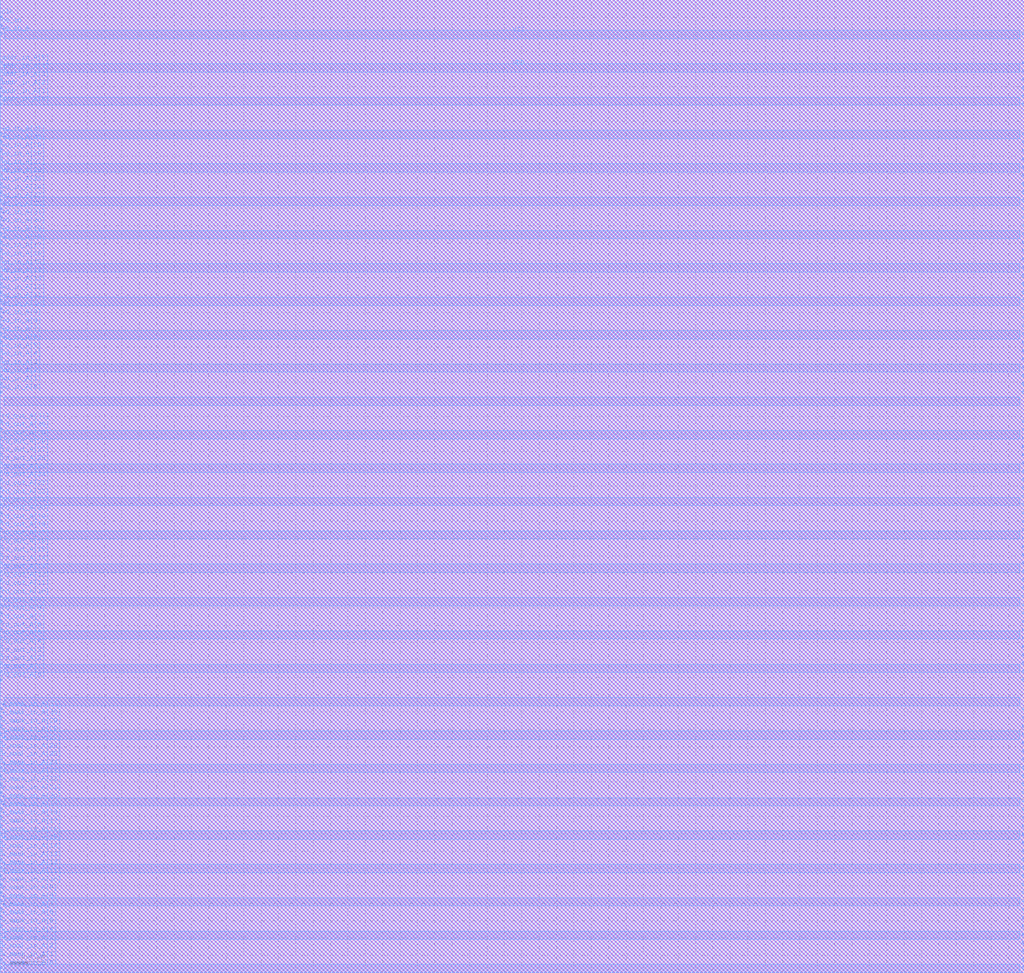
<source format=lef>
# Generated by FakeRAM 2.0
VERSION 5.7 ;
BUSBITCHARS "[]" ;
PROPERTYDEFINITIONS
  MACRO width INTEGER ;
  MACRO depth INTEGER ;
  MACRO banks INTEGER ;
END PROPERTYDEFINITIONS
MACRO fakeram7_dp_64x32
  PROPERTY width 32 ;
  PROPERTY depth 64 ;
  PROPERTY banks 2 ;
  FOREIGN fakeram7_dp_64x32 0 0 ;
  SYMMETRY X Y ;
  SIZE 11.780 BY 11.200 ;
  CLASS BLOCK ;
  PIN w_mask_in_A[0]
    DIRECTION INPUT ;
    USE SIGNAL ;
    SHAPE ABUTMENT ;
    PORT
      LAYER M4 ;
      RECT 0.000 0.048 0.024 0.072 ;
    END
  END w_mask_in_A[0]
  PIN w_mask_in_B[0]
    DIRECTION INPUT ;
    USE SIGNAL ;
    SHAPE ABUTMENT ;
    PORT
      LAYER M4 ;
      RECT 11.756 0.048 11.780 0.072 ;
    END
  END w_mask_in_B[0]
  PIN w_mask_in_A[1]
    DIRECTION INPUT ;
    USE SIGNAL ;
    SHAPE ABUTMENT ;
    PORT
      LAYER M4 ;
      RECT 0.000 0.144 0.024 0.168 ;
    END
  END w_mask_in_A[1]
  PIN w_mask_in_B[1]
    DIRECTION INPUT ;
    USE SIGNAL ;
    SHAPE ABUTMENT ;
    PORT
      LAYER M4 ;
      RECT 11.756 0.144 11.780 0.168 ;
    END
  END w_mask_in_B[1]
  PIN w_mask_in_A[2]
    DIRECTION INPUT ;
    USE SIGNAL ;
    SHAPE ABUTMENT ;
    PORT
      LAYER M4 ;
      RECT 0.000 0.240 0.024 0.264 ;
    END
  END w_mask_in_A[2]
  PIN w_mask_in_B[2]
    DIRECTION INPUT ;
    USE SIGNAL ;
    SHAPE ABUTMENT ;
    PORT
      LAYER M4 ;
      RECT 11.756 0.240 11.780 0.264 ;
    END
  END w_mask_in_B[2]
  PIN w_mask_in_A[3]
    DIRECTION INPUT ;
    USE SIGNAL ;
    SHAPE ABUTMENT ;
    PORT
      LAYER M4 ;
      RECT 0.000 0.336 0.024 0.360 ;
    END
  END w_mask_in_A[3]
  PIN w_mask_in_B[3]
    DIRECTION INPUT ;
    USE SIGNAL ;
    SHAPE ABUTMENT ;
    PORT
      LAYER M4 ;
      RECT 11.756 0.336 11.780 0.360 ;
    END
  END w_mask_in_B[3]
  PIN w_mask_in_A[4]
    DIRECTION INPUT ;
    USE SIGNAL ;
    SHAPE ABUTMENT ;
    PORT
      LAYER M4 ;
      RECT 0.000 0.432 0.024 0.456 ;
    END
  END w_mask_in_A[4]
  PIN w_mask_in_B[4]
    DIRECTION INPUT ;
    USE SIGNAL ;
    SHAPE ABUTMENT ;
    PORT
      LAYER M4 ;
      RECT 11.756 0.432 11.780 0.456 ;
    END
  END w_mask_in_B[4]
  PIN w_mask_in_A[5]
    DIRECTION INPUT ;
    USE SIGNAL ;
    SHAPE ABUTMENT ;
    PORT
      LAYER M4 ;
      RECT 0.000 0.528 0.024 0.552 ;
    END
  END w_mask_in_A[5]
  PIN w_mask_in_B[5]
    DIRECTION INPUT ;
    USE SIGNAL ;
    SHAPE ABUTMENT ;
    PORT
      LAYER M4 ;
      RECT 11.756 0.528 11.780 0.552 ;
    END
  END w_mask_in_B[5]
  PIN w_mask_in_A[6]
    DIRECTION INPUT ;
    USE SIGNAL ;
    SHAPE ABUTMENT ;
    PORT
      LAYER M4 ;
      RECT 0.000 0.624 0.024 0.648 ;
    END
  END w_mask_in_A[6]
  PIN w_mask_in_B[6]
    DIRECTION INPUT ;
    USE SIGNAL ;
    SHAPE ABUTMENT ;
    PORT
      LAYER M4 ;
      RECT 11.756 0.624 11.780 0.648 ;
    END
  END w_mask_in_B[6]
  PIN w_mask_in_A[7]
    DIRECTION INPUT ;
    USE SIGNAL ;
    SHAPE ABUTMENT ;
    PORT
      LAYER M4 ;
      RECT 0.000 0.720 0.024 0.744 ;
    END
  END w_mask_in_A[7]
  PIN w_mask_in_B[7]
    DIRECTION INPUT ;
    USE SIGNAL ;
    SHAPE ABUTMENT ;
    PORT
      LAYER M4 ;
      RECT 11.756 0.720 11.780 0.744 ;
    END
  END w_mask_in_B[7]
  PIN w_mask_in_A[8]
    DIRECTION INPUT ;
    USE SIGNAL ;
    SHAPE ABUTMENT ;
    PORT
      LAYER M4 ;
      RECT 0.000 0.816 0.024 0.840 ;
    END
  END w_mask_in_A[8]
  PIN w_mask_in_B[8]
    DIRECTION INPUT ;
    USE SIGNAL ;
    SHAPE ABUTMENT ;
    PORT
      LAYER M4 ;
      RECT 11.756 0.816 11.780 0.840 ;
    END
  END w_mask_in_B[8]
  PIN w_mask_in_A[9]
    DIRECTION INPUT ;
    USE SIGNAL ;
    SHAPE ABUTMENT ;
    PORT
      LAYER M4 ;
      RECT 0.000 0.912 0.024 0.936 ;
    END
  END w_mask_in_A[9]
  PIN w_mask_in_B[9]
    DIRECTION INPUT ;
    USE SIGNAL ;
    SHAPE ABUTMENT ;
    PORT
      LAYER M4 ;
      RECT 11.756 0.912 11.780 0.936 ;
    END
  END w_mask_in_B[9]
  PIN w_mask_in_A[10]
    DIRECTION INPUT ;
    USE SIGNAL ;
    SHAPE ABUTMENT ;
    PORT
      LAYER M4 ;
      RECT 0.000 1.008 0.024 1.032 ;
    END
  END w_mask_in_A[10]
  PIN w_mask_in_B[10]
    DIRECTION INPUT ;
    USE SIGNAL ;
    SHAPE ABUTMENT ;
    PORT
      LAYER M4 ;
      RECT 11.756 1.008 11.780 1.032 ;
    END
  END w_mask_in_B[10]
  PIN w_mask_in_A[11]
    DIRECTION INPUT ;
    USE SIGNAL ;
    SHAPE ABUTMENT ;
    PORT
      LAYER M4 ;
      RECT 0.000 1.104 0.024 1.128 ;
    END
  END w_mask_in_A[11]
  PIN w_mask_in_B[11]
    DIRECTION INPUT ;
    USE SIGNAL ;
    SHAPE ABUTMENT ;
    PORT
      LAYER M4 ;
      RECT 11.756 1.104 11.780 1.128 ;
    END
  END w_mask_in_B[11]
  PIN w_mask_in_A[12]
    DIRECTION INPUT ;
    USE SIGNAL ;
    SHAPE ABUTMENT ;
    PORT
      LAYER M4 ;
      RECT 0.000 1.200 0.024 1.224 ;
    END
  END w_mask_in_A[12]
  PIN w_mask_in_B[12]
    DIRECTION INPUT ;
    USE SIGNAL ;
    SHAPE ABUTMENT ;
    PORT
      LAYER M4 ;
      RECT 11.756 1.200 11.780 1.224 ;
    END
  END w_mask_in_B[12]
  PIN w_mask_in_A[13]
    DIRECTION INPUT ;
    USE SIGNAL ;
    SHAPE ABUTMENT ;
    PORT
      LAYER M4 ;
      RECT 0.000 1.296 0.024 1.320 ;
    END
  END w_mask_in_A[13]
  PIN w_mask_in_B[13]
    DIRECTION INPUT ;
    USE SIGNAL ;
    SHAPE ABUTMENT ;
    PORT
      LAYER M4 ;
      RECT 11.756 1.296 11.780 1.320 ;
    END
  END w_mask_in_B[13]
  PIN w_mask_in_A[14]
    DIRECTION INPUT ;
    USE SIGNAL ;
    SHAPE ABUTMENT ;
    PORT
      LAYER M4 ;
      RECT 0.000 1.392 0.024 1.416 ;
    END
  END w_mask_in_A[14]
  PIN w_mask_in_B[14]
    DIRECTION INPUT ;
    USE SIGNAL ;
    SHAPE ABUTMENT ;
    PORT
      LAYER M4 ;
      RECT 11.756 1.392 11.780 1.416 ;
    END
  END w_mask_in_B[14]
  PIN w_mask_in_A[15]
    DIRECTION INPUT ;
    USE SIGNAL ;
    SHAPE ABUTMENT ;
    PORT
      LAYER M4 ;
      RECT 0.000 1.488 0.024 1.512 ;
    END
  END w_mask_in_A[15]
  PIN w_mask_in_B[15]
    DIRECTION INPUT ;
    USE SIGNAL ;
    SHAPE ABUTMENT ;
    PORT
      LAYER M4 ;
      RECT 11.756 1.488 11.780 1.512 ;
    END
  END w_mask_in_B[15]
  PIN w_mask_in_A[16]
    DIRECTION INPUT ;
    USE SIGNAL ;
    SHAPE ABUTMENT ;
    PORT
      LAYER M4 ;
      RECT 0.000 1.584 0.024 1.608 ;
    END
  END w_mask_in_A[16]
  PIN w_mask_in_B[16]
    DIRECTION INPUT ;
    USE SIGNAL ;
    SHAPE ABUTMENT ;
    PORT
      LAYER M4 ;
      RECT 11.756 1.584 11.780 1.608 ;
    END
  END w_mask_in_B[16]
  PIN w_mask_in_A[17]
    DIRECTION INPUT ;
    USE SIGNAL ;
    SHAPE ABUTMENT ;
    PORT
      LAYER M4 ;
      RECT 0.000 1.680 0.024 1.704 ;
    END
  END w_mask_in_A[17]
  PIN w_mask_in_B[17]
    DIRECTION INPUT ;
    USE SIGNAL ;
    SHAPE ABUTMENT ;
    PORT
      LAYER M4 ;
      RECT 11.756 1.680 11.780 1.704 ;
    END
  END w_mask_in_B[17]
  PIN w_mask_in_A[18]
    DIRECTION INPUT ;
    USE SIGNAL ;
    SHAPE ABUTMENT ;
    PORT
      LAYER M4 ;
      RECT 0.000 1.776 0.024 1.800 ;
    END
  END w_mask_in_A[18]
  PIN w_mask_in_B[18]
    DIRECTION INPUT ;
    USE SIGNAL ;
    SHAPE ABUTMENT ;
    PORT
      LAYER M4 ;
      RECT 11.756 1.776 11.780 1.800 ;
    END
  END w_mask_in_B[18]
  PIN w_mask_in_A[19]
    DIRECTION INPUT ;
    USE SIGNAL ;
    SHAPE ABUTMENT ;
    PORT
      LAYER M4 ;
      RECT 0.000 1.872 0.024 1.896 ;
    END
  END w_mask_in_A[19]
  PIN w_mask_in_B[19]
    DIRECTION INPUT ;
    USE SIGNAL ;
    SHAPE ABUTMENT ;
    PORT
      LAYER M4 ;
      RECT 11.756 1.872 11.780 1.896 ;
    END
  END w_mask_in_B[19]
  PIN w_mask_in_A[20]
    DIRECTION INPUT ;
    USE SIGNAL ;
    SHAPE ABUTMENT ;
    PORT
      LAYER M4 ;
      RECT 0.000 1.968 0.024 1.992 ;
    END
  END w_mask_in_A[20]
  PIN w_mask_in_B[20]
    DIRECTION INPUT ;
    USE SIGNAL ;
    SHAPE ABUTMENT ;
    PORT
      LAYER M4 ;
      RECT 11.756 1.968 11.780 1.992 ;
    END
  END w_mask_in_B[20]
  PIN w_mask_in_A[21]
    DIRECTION INPUT ;
    USE SIGNAL ;
    SHAPE ABUTMENT ;
    PORT
      LAYER M4 ;
      RECT 0.000 2.064 0.024 2.088 ;
    END
  END w_mask_in_A[21]
  PIN w_mask_in_B[21]
    DIRECTION INPUT ;
    USE SIGNAL ;
    SHAPE ABUTMENT ;
    PORT
      LAYER M4 ;
      RECT 11.756 2.064 11.780 2.088 ;
    END
  END w_mask_in_B[21]
  PIN w_mask_in_A[22]
    DIRECTION INPUT ;
    USE SIGNAL ;
    SHAPE ABUTMENT ;
    PORT
      LAYER M4 ;
      RECT 0.000 2.160 0.024 2.184 ;
    END
  END w_mask_in_A[22]
  PIN w_mask_in_B[22]
    DIRECTION INPUT ;
    USE SIGNAL ;
    SHAPE ABUTMENT ;
    PORT
      LAYER M4 ;
      RECT 11.756 2.160 11.780 2.184 ;
    END
  END w_mask_in_B[22]
  PIN w_mask_in_A[23]
    DIRECTION INPUT ;
    USE SIGNAL ;
    SHAPE ABUTMENT ;
    PORT
      LAYER M4 ;
      RECT 0.000 2.256 0.024 2.280 ;
    END
  END w_mask_in_A[23]
  PIN w_mask_in_B[23]
    DIRECTION INPUT ;
    USE SIGNAL ;
    SHAPE ABUTMENT ;
    PORT
      LAYER M4 ;
      RECT 11.756 2.256 11.780 2.280 ;
    END
  END w_mask_in_B[23]
  PIN w_mask_in_A[24]
    DIRECTION INPUT ;
    USE SIGNAL ;
    SHAPE ABUTMENT ;
    PORT
      LAYER M4 ;
      RECT 0.000 2.352 0.024 2.376 ;
    END
  END w_mask_in_A[24]
  PIN w_mask_in_B[24]
    DIRECTION INPUT ;
    USE SIGNAL ;
    SHAPE ABUTMENT ;
    PORT
      LAYER M4 ;
      RECT 11.756 2.352 11.780 2.376 ;
    END
  END w_mask_in_B[24]
  PIN w_mask_in_A[25]
    DIRECTION INPUT ;
    USE SIGNAL ;
    SHAPE ABUTMENT ;
    PORT
      LAYER M4 ;
      RECT 0.000 2.448 0.024 2.472 ;
    END
  END w_mask_in_A[25]
  PIN w_mask_in_B[25]
    DIRECTION INPUT ;
    USE SIGNAL ;
    SHAPE ABUTMENT ;
    PORT
      LAYER M4 ;
      RECT 11.756 2.448 11.780 2.472 ;
    END
  END w_mask_in_B[25]
  PIN w_mask_in_A[26]
    DIRECTION INPUT ;
    USE SIGNAL ;
    SHAPE ABUTMENT ;
    PORT
      LAYER M4 ;
      RECT 0.000 2.544 0.024 2.568 ;
    END
  END w_mask_in_A[26]
  PIN w_mask_in_B[26]
    DIRECTION INPUT ;
    USE SIGNAL ;
    SHAPE ABUTMENT ;
    PORT
      LAYER M4 ;
      RECT 11.756 2.544 11.780 2.568 ;
    END
  END w_mask_in_B[26]
  PIN w_mask_in_A[27]
    DIRECTION INPUT ;
    USE SIGNAL ;
    SHAPE ABUTMENT ;
    PORT
      LAYER M4 ;
      RECT 0.000 2.640 0.024 2.664 ;
    END
  END w_mask_in_A[27]
  PIN w_mask_in_B[27]
    DIRECTION INPUT ;
    USE SIGNAL ;
    SHAPE ABUTMENT ;
    PORT
      LAYER M4 ;
      RECT 11.756 2.640 11.780 2.664 ;
    END
  END w_mask_in_B[27]
  PIN w_mask_in_A[28]
    DIRECTION INPUT ;
    USE SIGNAL ;
    SHAPE ABUTMENT ;
    PORT
      LAYER M4 ;
      RECT 0.000 2.736 0.024 2.760 ;
    END
  END w_mask_in_A[28]
  PIN w_mask_in_B[28]
    DIRECTION INPUT ;
    USE SIGNAL ;
    SHAPE ABUTMENT ;
    PORT
      LAYER M4 ;
      RECT 11.756 2.736 11.780 2.760 ;
    END
  END w_mask_in_B[28]
  PIN w_mask_in_A[29]
    DIRECTION INPUT ;
    USE SIGNAL ;
    SHAPE ABUTMENT ;
    PORT
      LAYER M4 ;
      RECT 0.000 2.832 0.024 2.856 ;
    END
  END w_mask_in_A[29]
  PIN w_mask_in_B[29]
    DIRECTION INPUT ;
    USE SIGNAL ;
    SHAPE ABUTMENT ;
    PORT
      LAYER M4 ;
      RECT 11.756 2.832 11.780 2.856 ;
    END
  END w_mask_in_B[29]
  PIN w_mask_in_A[30]
    DIRECTION INPUT ;
    USE SIGNAL ;
    SHAPE ABUTMENT ;
    PORT
      LAYER M4 ;
      RECT 0.000 2.928 0.024 2.952 ;
    END
  END w_mask_in_A[30]
  PIN w_mask_in_B[30]
    DIRECTION INPUT ;
    USE SIGNAL ;
    SHAPE ABUTMENT ;
    PORT
      LAYER M4 ;
      RECT 11.756 2.928 11.780 2.952 ;
    END
  END w_mask_in_B[30]
  PIN w_mask_in_A[31]
    DIRECTION INPUT ;
    USE SIGNAL ;
    SHAPE ABUTMENT ;
    PORT
      LAYER M4 ;
      RECT 0.000 3.024 0.024 3.048 ;
    END
  END w_mask_in_A[31]
  PIN w_mask_in_B[31]
    DIRECTION INPUT ;
    USE SIGNAL ;
    SHAPE ABUTMENT ;
    PORT
      LAYER M4 ;
      RECT 11.756 3.024 11.780 3.048 ;
    END
  END w_mask_in_B[31]
  PIN rd_out_A[0]
    DIRECTION OUTPUT ;
    USE SIGNAL ;
    SHAPE ABUTMENT ;
    PORT
      LAYER M4 ;
      RECT 0.000 3.360 0.024 3.384 ;
    END
  END rd_out_A[0]
  PIN rd_out_B[0]
    DIRECTION OUTPUT ;
    USE SIGNAL ;
    SHAPE ABUTMENT ;
    PORT
      LAYER M4 ;
      RECT 11.756 3.360 11.780 3.384 ;
    END
  END rd_out_B[0]
  PIN rd_out_A[1]
    DIRECTION OUTPUT ;
    USE SIGNAL ;
    SHAPE ABUTMENT ;
    PORT
      LAYER M4 ;
      RECT 0.000 3.456 0.024 3.480 ;
    END
  END rd_out_A[1]
  PIN rd_out_B[1]
    DIRECTION OUTPUT ;
    USE SIGNAL ;
    SHAPE ABUTMENT ;
    PORT
      LAYER M4 ;
      RECT 11.756 3.456 11.780 3.480 ;
    END
  END rd_out_B[1]
  PIN rd_out_A[2]
    DIRECTION OUTPUT ;
    USE SIGNAL ;
    SHAPE ABUTMENT ;
    PORT
      LAYER M4 ;
      RECT 0.000 3.552 0.024 3.576 ;
    END
  END rd_out_A[2]
  PIN rd_out_B[2]
    DIRECTION OUTPUT ;
    USE SIGNAL ;
    SHAPE ABUTMENT ;
    PORT
      LAYER M4 ;
      RECT 11.756 3.552 11.780 3.576 ;
    END
  END rd_out_B[2]
  PIN rd_out_A[3]
    DIRECTION OUTPUT ;
    USE SIGNAL ;
    SHAPE ABUTMENT ;
    PORT
      LAYER M4 ;
      RECT 0.000 3.648 0.024 3.672 ;
    END
  END rd_out_A[3]
  PIN rd_out_B[3]
    DIRECTION OUTPUT ;
    USE SIGNAL ;
    SHAPE ABUTMENT ;
    PORT
      LAYER M4 ;
      RECT 11.756 3.648 11.780 3.672 ;
    END
  END rd_out_B[3]
  PIN rd_out_A[4]
    DIRECTION OUTPUT ;
    USE SIGNAL ;
    SHAPE ABUTMENT ;
    PORT
      LAYER M4 ;
      RECT 0.000 3.744 0.024 3.768 ;
    END
  END rd_out_A[4]
  PIN rd_out_B[4]
    DIRECTION OUTPUT ;
    USE SIGNAL ;
    SHAPE ABUTMENT ;
    PORT
      LAYER M4 ;
      RECT 11.756 3.744 11.780 3.768 ;
    END
  END rd_out_B[4]
  PIN rd_out_A[5]
    DIRECTION OUTPUT ;
    USE SIGNAL ;
    SHAPE ABUTMENT ;
    PORT
      LAYER M4 ;
      RECT 0.000 3.840 0.024 3.864 ;
    END
  END rd_out_A[5]
  PIN rd_out_B[5]
    DIRECTION OUTPUT ;
    USE SIGNAL ;
    SHAPE ABUTMENT ;
    PORT
      LAYER M4 ;
      RECT 11.756 3.840 11.780 3.864 ;
    END
  END rd_out_B[5]
  PIN rd_out_A[6]
    DIRECTION OUTPUT ;
    USE SIGNAL ;
    SHAPE ABUTMENT ;
    PORT
      LAYER M4 ;
      RECT 0.000 3.936 0.024 3.960 ;
    END
  END rd_out_A[6]
  PIN rd_out_B[6]
    DIRECTION OUTPUT ;
    USE SIGNAL ;
    SHAPE ABUTMENT ;
    PORT
      LAYER M4 ;
      RECT 11.756 3.936 11.780 3.960 ;
    END
  END rd_out_B[6]
  PIN rd_out_A[7]
    DIRECTION OUTPUT ;
    USE SIGNAL ;
    SHAPE ABUTMENT ;
    PORT
      LAYER M4 ;
      RECT 0.000 4.032 0.024 4.056 ;
    END
  END rd_out_A[7]
  PIN rd_out_B[7]
    DIRECTION OUTPUT ;
    USE SIGNAL ;
    SHAPE ABUTMENT ;
    PORT
      LAYER M4 ;
      RECT 11.756 4.032 11.780 4.056 ;
    END
  END rd_out_B[7]
  PIN rd_out_A[8]
    DIRECTION OUTPUT ;
    USE SIGNAL ;
    SHAPE ABUTMENT ;
    PORT
      LAYER M4 ;
      RECT 0.000 4.128 0.024 4.152 ;
    END
  END rd_out_A[8]
  PIN rd_out_B[8]
    DIRECTION OUTPUT ;
    USE SIGNAL ;
    SHAPE ABUTMENT ;
    PORT
      LAYER M4 ;
      RECT 11.756 4.128 11.780 4.152 ;
    END
  END rd_out_B[8]
  PIN rd_out_A[9]
    DIRECTION OUTPUT ;
    USE SIGNAL ;
    SHAPE ABUTMENT ;
    PORT
      LAYER M4 ;
      RECT 0.000 4.224 0.024 4.248 ;
    END
  END rd_out_A[9]
  PIN rd_out_B[9]
    DIRECTION OUTPUT ;
    USE SIGNAL ;
    SHAPE ABUTMENT ;
    PORT
      LAYER M4 ;
      RECT 11.756 4.224 11.780 4.248 ;
    END
  END rd_out_B[9]
  PIN rd_out_A[10]
    DIRECTION OUTPUT ;
    USE SIGNAL ;
    SHAPE ABUTMENT ;
    PORT
      LAYER M4 ;
      RECT 0.000 4.320 0.024 4.344 ;
    END
  END rd_out_A[10]
  PIN rd_out_B[10]
    DIRECTION OUTPUT ;
    USE SIGNAL ;
    SHAPE ABUTMENT ;
    PORT
      LAYER M4 ;
      RECT 11.756 4.320 11.780 4.344 ;
    END
  END rd_out_B[10]
  PIN rd_out_A[11]
    DIRECTION OUTPUT ;
    USE SIGNAL ;
    SHAPE ABUTMENT ;
    PORT
      LAYER M4 ;
      RECT 0.000 4.416 0.024 4.440 ;
    END
  END rd_out_A[11]
  PIN rd_out_B[11]
    DIRECTION OUTPUT ;
    USE SIGNAL ;
    SHAPE ABUTMENT ;
    PORT
      LAYER M4 ;
      RECT 11.756 4.416 11.780 4.440 ;
    END
  END rd_out_B[11]
  PIN rd_out_A[12]
    DIRECTION OUTPUT ;
    USE SIGNAL ;
    SHAPE ABUTMENT ;
    PORT
      LAYER M4 ;
      RECT 0.000 4.512 0.024 4.536 ;
    END
  END rd_out_A[12]
  PIN rd_out_B[12]
    DIRECTION OUTPUT ;
    USE SIGNAL ;
    SHAPE ABUTMENT ;
    PORT
      LAYER M4 ;
      RECT 11.756 4.512 11.780 4.536 ;
    END
  END rd_out_B[12]
  PIN rd_out_A[13]
    DIRECTION OUTPUT ;
    USE SIGNAL ;
    SHAPE ABUTMENT ;
    PORT
      LAYER M4 ;
      RECT 0.000 4.608 0.024 4.632 ;
    END
  END rd_out_A[13]
  PIN rd_out_B[13]
    DIRECTION OUTPUT ;
    USE SIGNAL ;
    SHAPE ABUTMENT ;
    PORT
      LAYER M4 ;
      RECT 11.756 4.608 11.780 4.632 ;
    END
  END rd_out_B[13]
  PIN rd_out_A[14]
    DIRECTION OUTPUT ;
    USE SIGNAL ;
    SHAPE ABUTMENT ;
    PORT
      LAYER M4 ;
      RECT 0.000 4.704 0.024 4.728 ;
    END
  END rd_out_A[14]
  PIN rd_out_B[14]
    DIRECTION OUTPUT ;
    USE SIGNAL ;
    SHAPE ABUTMENT ;
    PORT
      LAYER M4 ;
      RECT 11.756 4.704 11.780 4.728 ;
    END
  END rd_out_B[14]
  PIN rd_out_A[15]
    DIRECTION OUTPUT ;
    USE SIGNAL ;
    SHAPE ABUTMENT ;
    PORT
      LAYER M4 ;
      RECT 0.000 4.800 0.024 4.824 ;
    END
  END rd_out_A[15]
  PIN rd_out_B[15]
    DIRECTION OUTPUT ;
    USE SIGNAL ;
    SHAPE ABUTMENT ;
    PORT
      LAYER M4 ;
      RECT 11.756 4.800 11.780 4.824 ;
    END
  END rd_out_B[15]
  PIN rd_out_A[16]
    DIRECTION OUTPUT ;
    USE SIGNAL ;
    SHAPE ABUTMENT ;
    PORT
      LAYER M4 ;
      RECT 0.000 4.896 0.024 4.920 ;
    END
  END rd_out_A[16]
  PIN rd_out_B[16]
    DIRECTION OUTPUT ;
    USE SIGNAL ;
    SHAPE ABUTMENT ;
    PORT
      LAYER M4 ;
      RECT 11.756 4.896 11.780 4.920 ;
    END
  END rd_out_B[16]
  PIN rd_out_A[17]
    DIRECTION OUTPUT ;
    USE SIGNAL ;
    SHAPE ABUTMENT ;
    PORT
      LAYER M4 ;
      RECT 0.000 4.992 0.024 5.016 ;
    END
  END rd_out_A[17]
  PIN rd_out_B[17]
    DIRECTION OUTPUT ;
    USE SIGNAL ;
    SHAPE ABUTMENT ;
    PORT
      LAYER M4 ;
      RECT 11.756 4.992 11.780 5.016 ;
    END
  END rd_out_B[17]
  PIN rd_out_A[18]
    DIRECTION OUTPUT ;
    USE SIGNAL ;
    SHAPE ABUTMENT ;
    PORT
      LAYER M4 ;
      RECT 0.000 5.088 0.024 5.112 ;
    END
  END rd_out_A[18]
  PIN rd_out_B[18]
    DIRECTION OUTPUT ;
    USE SIGNAL ;
    SHAPE ABUTMENT ;
    PORT
      LAYER M4 ;
      RECT 11.756 5.088 11.780 5.112 ;
    END
  END rd_out_B[18]
  PIN rd_out_A[19]
    DIRECTION OUTPUT ;
    USE SIGNAL ;
    SHAPE ABUTMENT ;
    PORT
      LAYER M4 ;
      RECT 0.000 5.184 0.024 5.208 ;
    END
  END rd_out_A[19]
  PIN rd_out_B[19]
    DIRECTION OUTPUT ;
    USE SIGNAL ;
    SHAPE ABUTMENT ;
    PORT
      LAYER M4 ;
      RECT 11.756 5.184 11.780 5.208 ;
    END
  END rd_out_B[19]
  PIN rd_out_A[20]
    DIRECTION OUTPUT ;
    USE SIGNAL ;
    SHAPE ABUTMENT ;
    PORT
      LAYER M4 ;
      RECT 0.000 5.280 0.024 5.304 ;
    END
  END rd_out_A[20]
  PIN rd_out_B[20]
    DIRECTION OUTPUT ;
    USE SIGNAL ;
    SHAPE ABUTMENT ;
    PORT
      LAYER M4 ;
      RECT 11.756 5.280 11.780 5.304 ;
    END
  END rd_out_B[20]
  PIN rd_out_A[21]
    DIRECTION OUTPUT ;
    USE SIGNAL ;
    SHAPE ABUTMENT ;
    PORT
      LAYER M4 ;
      RECT 0.000 5.376 0.024 5.400 ;
    END
  END rd_out_A[21]
  PIN rd_out_B[21]
    DIRECTION OUTPUT ;
    USE SIGNAL ;
    SHAPE ABUTMENT ;
    PORT
      LAYER M4 ;
      RECT 11.756 5.376 11.780 5.400 ;
    END
  END rd_out_B[21]
  PIN rd_out_A[22]
    DIRECTION OUTPUT ;
    USE SIGNAL ;
    SHAPE ABUTMENT ;
    PORT
      LAYER M4 ;
      RECT 0.000 5.472 0.024 5.496 ;
    END
  END rd_out_A[22]
  PIN rd_out_B[22]
    DIRECTION OUTPUT ;
    USE SIGNAL ;
    SHAPE ABUTMENT ;
    PORT
      LAYER M4 ;
      RECT 11.756 5.472 11.780 5.496 ;
    END
  END rd_out_B[22]
  PIN rd_out_A[23]
    DIRECTION OUTPUT ;
    USE SIGNAL ;
    SHAPE ABUTMENT ;
    PORT
      LAYER M4 ;
      RECT 0.000 5.568 0.024 5.592 ;
    END
  END rd_out_A[23]
  PIN rd_out_B[23]
    DIRECTION OUTPUT ;
    USE SIGNAL ;
    SHAPE ABUTMENT ;
    PORT
      LAYER M4 ;
      RECT 11.756 5.568 11.780 5.592 ;
    END
  END rd_out_B[23]
  PIN rd_out_A[24]
    DIRECTION OUTPUT ;
    USE SIGNAL ;
    SHAPE ABUTMENT ;
    PORT
      LAYER M4 ;
      RECT 0.000 5.664 0.024 5.688 ;
    END
  END rd_out_A[24]
  PIN rd_out_B[24]
    DIRECTION OUTPUT ;
    USE SIGNAL ;
    SHAPE ABUTMENT ;
    PORT
      LAYER M4 ;
      RECT 11.756 5.664 11.780 5.688 ;
    END
  END rd_out_B[24]
  PIN rd_out_A[25]
    DIRECTION OUTPUT ;
    USE SIGNAL ;
    SHAPE ABUTMENT ;
    PORT
      LAYER M4 ;
      RECT 0.000 5.760 0.024 5.784 ;
    END
  END rd_out_A[25]
  PIN rd_out_B[25]
    DIRECTION OUTPUT ;
    USE SIGNAL ;
    SHAPE ABUTMENT ;
    PORT
      LAYER M4 ;
      RECT 11.756 5.760 11.780 5.784 ;
    END
  END rd_out_B[25]
  PIN rd_out_A[26]
    DIRECTION OUTPUT ;
    USE SIGNAL ;
    SHAPE ABUTMENT ;
    PORT
      LAYER M4 ;
      RECT 0.000 5.856 0.024 5.880 ;
    END
  END rd_out_A[26]
  PIN rd_out_B[26]
    DIRECTION OUTPUT ;
    USE SIGNAL ;
    SHAPE ABUTMENT ;
    PORT
      LAYER M4 ;
      RECT 11.756 5.856 11.780 5.880 ;
    END
  END rd_out_B[26]
  PIN rd_out_A[27]
    DIRECTION OUTPUT ;
    USE SIGNAL ;
    SHAPE ABUTMENT ;
    PORT
      LAYER M4 ;
      RECT 0.000 5.952 0.024 5.976 ;
    END
  END rd_out_A[27]
  PIN rd_out_B[27]
    DIRECTION OUTPUT ;
    USE SIGNAL ;
    SHAPE ABUTMENT ;
    PORT
      LAYER M4 ;
      RECT 11.756 5.952 11.780 5.976 ;
    END
  END rd_out_B[27]
  PIN rd_out_A[28]
    DIRECTION OUTPUT ;
    USE SIGNAL ;
    SHAPE ABUTMENT ;
    PORT
      LAYER M4 ;
      RECT 0.000 6.048 0.024 6.072 ;
    END
  END rd_out_A[28]
  PIN rd_out_B[28]
    DIRECTION OUTPUT ;
    USE SIGNAL ;
    SHAPE ABUTMENT ;
    PORT
      LAYER M4 ;
      RECT 11.756 6.048 11.780 6.072 ;
    END
  END rd_out_B[28]
  PIN rd_out_A[29]
    DIRECTION OUTPUT ;
    USE SIGNAL ;
    SHAPE ABUTMENT ;
    PORT
      LAYER M4 ;
      RECT 0.000 6.144 0.024 6.168 ;
    END
  END rd_out_A[29]
  PIN rd_out_B[29]
    DIRECTION OUTPUT ;
    USE SIGNAL ;
    SHAPE ABUTMENT ;
    PORT
      LAYER M4 ;
      RECT 11.756 6.144 11.780 6.168 ;
    END
  END rd_out_B[29]
  PIN rd_out_A[30]
    DIRECTION OUTPUT ;
    USE SIGNAL ;
    SHAPE ABUTMENT ;
    PORT
      LAYER M4 ;
      RECT 0.000 6.240 0.024 6.264 ;
    END
  END rd_out_A[30]
  PIN rd_out_B[30]
    DIRECTION OUTPUT ;
    USE SIGNAL ;
    SHAPE ABUTMENT ;
    PORT
      LAYER M4 ;
      RECT 11.756 6.240 11.780 6.264 ;
    END
  END rd_out_B[30]
  PIN rd_out_A[31]
    DIRECTION OUTPUT ;
    USE SIGNAL ;
    SHAPE ABUTMENT ;
    PORT
      LAYER M4 ;
      RECT 0.000 6.336 0.024 6.360 ;
    END
  END rd_out_A[31]
  PIN rd_out_B[31]
    DIRECTION OUTPUT ;
    USE SIGNAL ;
    SHAPE ABUTMENT ;
    PORT
      LAYER M4 ;
      RECT 11.756 6.336 11.780 6.360 ;
    END
  END rd_out_B[31]
  PIN wd_in_A[0]
    DIRECTION INPUT ;
    USE SIGNAL ;
    SHAPE ABUTMENT ;
    PORT
      LAYER M4 ;
      RECT 0.000 6.672 0.024 6.696 ;
    END
  END wd_in_A[0]
  PIN wd_in_B[0]
    DIRECTION INPUT ;
    USE SIGNAL ;
    SHAPE ABUTMENT ;
    PORT
      LAYER M4 ;
      RECT 11.756 6.672 11.780 6.696 ;
    END
  END wd_in_B[0]
  PIN wd_in_A[1]
    DIRECTION INPUT ;
    USE SIGNAL ;
    SHAPE ABUTMENT ;
    PORT
      LAYER M4 ;
      RECT 0.000 6.768 0.024 6.792 ;
    END
  END wd_in_A[1]
  PIN wd_in_B[1]
    DIRECTION INPUT ;
    USE SIGNAL ;
    SHAPE ABUTMENT ;
    PORT
      LAYER M4 ;
      RECT 11.756 6.768 11.780 6.792 ;
    END
  END wd_in_B[1]
  PIN wd_in_A[2]
    DIRECTION INPUT ;
    USE SIGNAL ;
    SHAPE ABUTMENT ;
    PORT
      LAYER M4 ;
      RECT 0.000 6.864 0.024 6.888 ;
    END
  END wd_in_A[2]
  PIN wd_in_B[2]
    DIRECTION INPUT ;
    USE SIGNAL ;
    SHAPE ABUTMENT ;
    PORT
      LAYER M4 ;
      RECT 11.756 6.864 11.780 6.888 ;
    END
  END wd_in_B[2]
  PIN wd_in_A[3]
    DIRECTION INPUT ;
    USE SIGNAL ;
    SHAPE ABUTMENT ;
    PORT
      LAYER M4 ;
      RECT 0.000 6.960 0.024 6.984 ;
    END
  END wd_in_A[3]
  PIN wd_in_B[3]
    DIRECTION INPUT ;
    USE SIGNAL ;
    SHAPE ABUTMENT ;
    PORT
      LAYER M4 ;
      RECT 11.756 6.960 11.780 6.984 ;
    END
  END wd_in_B[3]
  PIN wd_in_A[4]
    DIRECTION INPUT ;
    USE SIGNAL ;
    SHAPE ABUTMENT ;
    PORT
      LAYER M4 ;
      RECT 0.000 7.056 0.024 7.080 ;
    END
  END wd_in_A[4]
  PIN wd_in_B[4]
    DIRECTION INPUT ;
    USE SIGNAL ;
    SHAPE ABUTMENT ;
    PORT
      LAYER M4 ;
      RECT 11.756 7.056 11.780 7.080 ;
    END
  END wd_in_B[4]
  PIN wd_in_A[5]
    DIRECTION INPUT ;
    USE SIGNAL ;
    SHAPE ABUTMENT ;
    PORT
      LAYER M4 ;
      RECT 0.000 7.152 0.024 7.176 ;
    END
  END wd_in_A[5]
  PIN wd_in_B[5]
    DIRECTION INPUT ;
    USE SIGNAL ;
    SHAPE ABUTMENT ;
    PORT
      LAYER M4 ;
      RECT 11.756 7.152 11.780 7.176 ;
    END
  END wd_in_B[5]
  PIN wd_in_A[6]
    DIRECTION INPUT ;
    USE SIGNAL ;
    SHAPE ABUTMENT ;
    PORT
      LAYER M4 ;
      RECT 0.000 7.248 0.024 7.272 ;
    END
  END wd_in_A[6]
  PIN wd_in_B[6]
    DIRECTION INPUT ;
    USE SIGNAL ;
    SHAPE ABUTMENT ;
    PORT
      LAYER M4 ;
      RECT 11.756 7.248 11.780 7.272 ;
    END
  END wd_in_B[6]
  PIN wd_in_A[7]
    DIRECTION INPUT ;
    USE SIGNAL ;
    SHAPE ABUTMENT ;
    PORT
      LAYER M4 ;
      RECT 0.000 7.344 0.024 7.368 ;
    END
  END wd_in_A[7]
  PIN wd_in_B[7]
    DIRECTION INPUT ;
    USE SIGNAL ;
    SHAPE ABUTMENT ;
    PORT
      LAYER M4 ;
      RECT 11.756 7.344 11.780 7.368 ;
    END
  END wd_in_B[7]
  PIN wd_in_A[8]
    DIRECTION INPUT ;
    USE SIGNAL ;
    SHAPE ABUTMENT ;
    PORT
      LAYER M4 ;
      RECT 0.000 7.440 0.024 7.464 ;
    END
  END wd_in_A[8]
  PIN wd_in_B[8]
    DIRECTION INPUT ;
    USE SIGNAL ;
    SHAPE ABUTMENT ;
    PORT
      LAYER M4 ;
      RECT 11.756 7.440 11.780 7.464 ;
    END
  END wd_in_B[8]
  PIN wd_in_A[9]
    DIRECTION INPUT ;
    USE SIGNAL ;
    SHAPE ABUTMENT ;
    PORT
      LAYER M4 ;
      RECT 0.000 7.536 0.024 7.560 ;
    END
  END wd_in_A[9]
  PIN wd_in_B[9]
    DIRECTION INPUT ;
    USE SIGNAL ;
    SHAPE ABUTMENT ;
    PORT
      LAYER M4 ;
      RECT 11.756 7.536 11.780 7.560 ;
    END
  END wd_in_B[9]
  PIN wd_in_A[10]
    DIRECTION INPUT ;
    USE SIGNAL ;
    SHAPE ABUTMENT ;
    PORT
      LAYER M4 ;
      RECT 0.000 7.632 0.024 7.656 ;
    END
  END wd_in_A[10]
  PIN wd_in_B[10]
    DIRECTION INPUT ;
    USE SIGNAL ;
    SHAPE ABUTMENT ;
    PORT
      LAYER M4 ;
      RECT 11.756 7.632 11.780 7.656 ;
    END
  END wd_in_B[10]
  PIN wd_in_A[11]
    DIRECTION INPUT ;
    USE SIGNAL ;
    SHAPE ABUTMENT ;
    PORT
      LAYER M4 ;
      RECT 0.000 7.728 0.024 7.752 ;
    END
  END wd_in_A[11]
  PIN wd_in_B[11]
    DIRECTION INPUT ;
    USE SIGNAL ;
    SHAPE ABUTMENT ;
    PORT
      LAYER M4 ;
      RECT 11.756 7.728 11.780 7.752 ;
    END
  END wd_in_B[11]
  PIN wd_in_A[12]
    DIRECTION INPUT ;
    USE SIGNAL ;
    SHAPE ABUTMENT ;
    PORT
      LAYER M4 ;
      RECT 0.000 7.824 0.024 7.848 ;
    END
  END wd_in_A[12]
  PIN wd_in_B[12]
    DIRECTION INPUT ;
    USE SIGNAL ;
    SHAPE ABUTMENT ;
    PORT
      LAYER M4 ;
      RECT 11.756 7.824 11.780 7.848 ;
    END
  END wd_in_B[12]
  PIN wd_in_A[13]
    DIRECTION INPUT ;
    USE SIGNAL ;
    SHAPE ABUTMENT ;
    PORT
      LAYER M4 ;
      RECT 0.000 7.920 0.024 7.944 ;
    END
  END wd_in_A[13]
  PIN wd_in_B[13]
    DIRECTION INPUT ;
    USE SIGNAL ;
    SHAPE ABUTMENT ;
    PORT
      LAYER M4 ;
      RECT 11.756 7.920 11.780 7.944 ;
    END
  END wd_in_B[13]
  PIN wd_in_A[14]
    DIRECTION INPUT ;
    USE SIGNAL ;
    SHAPE ABUTMENT ;
    PORT
      LAYER M4 ;
      RECT 0.000 8.016 0.024 8.040 ;
    END
  END wd_in_A[14]
  PIN wd_in_B[14]
    DIRECTION INPUT ;
    USE SIGNAL ;
    SHAPE ABUTMENT ;
    PORT
      LAYER M4 ;
      RECT 11.756 8.016 11.780 8.040 ;
    END
  END wd_in_B[14]
  PIN wd_in_A[15]
    DIRECTION INPUT ;
    USE SIGNAL ;
    SHAPE ABUTMENT ;
    PORT
      LAYER M4 ;
      RECT 0.000 8.112 0.024 8.136 ;
    END
  END wd_in_A[15]
  PIN wd_in_B[15]
    DIRECTION INPUT ;
    USE SIGNAL ;
    SHAPE ABUTMENT ;
    PORT
      LAYER M4 ;
      RECT 11.756 8.112 11.780 8.136 ;
    END
  END wd_in_B[15]
  PIN wd_in_A[16]
    DIRECTION INPUT ;
    USE SIGNAL ;
    SHAPE ABUTMENT ;
    PORT
      LAYER M4 ;
      RECT 0.000 8.208 0.024 8.232 ;
    END
  END wd_in_A[16]
  PIN wd_in_B[16]
    DIRECTION INPUT ;
    USE SIGNAL ;
    SHAPE ABUTMENT ;
    PORT
      LAYER M4 ;
      RECT 11.756 8.208 11.780 8.232 ;
    END
  END wd_in_B[16]
  PIN wd_in_A[17]
    DIRECTION INPUT ;
    USE SIGNAL ;
    SHAPE ABUTMENT ;
    PORT
      LAYER M4 ;
      RECT 0.000 8.304 0.024 8.328 ;
    END
  END wd_in_A[17]
  PIN wd_in_B[17]
    DIRECTION INPUT ;
    USE SIGNAL ;
    SHAPE ABUTMENT ;
    PORT
      LAYER M4 ;
      RECT 11.756 8.304 11.780 8.328 ;
    END
  END wd_in_B[17]
  PIN wd_in_A[18]
    DIRECTION INPUT ;
    USE SIGNAL ;
    SHAPE ABUTMENT ;
    PORT
      LAYER M4 ;
      RECT 0.000 8.400 0.024 8.424 ;
    END
  END wd_in_A[18]
  PIN wd_in_B[18]
    DIRECTION INPUT ;
    USE SIGNAL ;
    SHAPE ABUTMENT ;
    PORT
      LAYER M4 ;
      RECT 11.756 8.400 11.780 8.424 ;
    END
  END wd_in_B[18]
  PIN wd_in_A[19]
    DIRECTION INPUT ;
    USE SIGNAL ;
    SHAPE ABUTMENT ;
    PORT
      LAYER M4 ;
      RECT 0.000 8.496 0.024 8.520 ;
    END
  END wd_in_A[19]
  PIN wd_in_B[19]
    DIRECTION INPUT ;
    USE SIGNAL ;
    SHAPE ABUTMENT ;
    PORT
      LAYER M4 ;
      RECT 11.756 8.496 11.780 8.520 ;
    END
  END wd_in_B[19]
  PIN wd_in_A[20]
    DIRECTION INPUT ;
    USE SIGNAL ;
    SHAPE ABUTMENT ;
    PORT
      LAYER M4 ;
      RECT 0.000 8.592 0.024 8.616 ;
    END
  END wd_in_A[20]
  PIN wd_in_B[20]
    DIRECTION INPUT ;
    USE SIGNAL ;
    SHAPE ABUTMENT ;
    PORT
      LAYER M4 ;
      RECT 11.756 8.592 11.780 8.616 ;
    END
  END wd_in_B[20]
  PIN wd_in_A[21]
    DIRECTION INPUT ;
    USE SIGNAL ;
    SHAPE ABUTMENT ;
    PORT
      LAYER M4 ;
      RECT 0.000 8.688 0.024 8.712 ;
    END
  END wd_in_A[21]
  PIN wd_in_B[21]
    DIRECTION INPUT ;
    USE SIGNAL ;
    SHAPE ABUTMENT ;
    PORT
      LAYER M4 ;
      RECT 11.756 8.688 11.780 8.712 ;
    END
  END wd_in_B[21]
  PIN wd_in_A[22]
    DIRECTION INPUT ;
    USE SIGNAL ;
    SHAPE ABUTMENT ;
    PORT
      LAYER M4 ;
      RECT 0.000 8.784 0.024 8.808 ;
    END
  END wd_in_A[22]
  PIN wd_in_B[22]
    DIRECTION INPUT ;
    USE SIGNAL ;
    SHAPE ABUTMENT ;
    PORT
      LAYER M4 ;
      RECT 11.756 8.784 11.780 8.808 ;
    END
  END wd_in_B[22]
  PIN wd_in_A[23]
    DIRECTION INPUT ;
    USE SIGNAL ;
    SHAPE ABUTMENT ;
    PORT
      LAYER M4 ;
      RECT 0.000 8.880 0.024 8.904 ;
    END
  END wd_in_A[23]
  PIN wd_in_B[23]
    DIRECTION INPUT ;
    USE SIGNAL ;
    SHAPE ABUTMENT ;
    PORT
      LAYER M4 ;
      RECT 11.756 8.880 11.780 8.904 ;
    END
  END wd_in_B[23]
  PIN wd_in_A[24]
    DIRECTION INPUT ;
    USE SIGNAL ;
    SHAPE ABUTMENT ;
    PORT
      LAYER M4 ;
      RECT 0.000 8.976 0.024 9.000 ;
    END
  END wd_in_A[24]
  PIN wd_in_B[24]
    DIRECTION INPUT ;
    USE SIGNAL ;
    SHAPE ABUTMENT ;
    PORT
      LAYER M4 ;
      RECT 11.756 8.976 11.780 9.000 ;
    END
  END wd_in_B[24]
  PIN wd_in_A[25]
    DIRECTION INPUT ;
    USE SIGNAL ;
    SHAPE ABUTMENT ;
    PORT
      LAYER M4 ;
      RECT 0.000 9.072 0.024 9.096 ;
    END
  END wd_in_A[25]
  PIN wd_in_B[25]
    DIRECTION INPUT ;
    USE SIGNAL ;
    SHAPE ABUTMENT ;
    PORT
      LAYER M4 ;
      RECT 11.756 9.072 11.780 9.096 ;
    END
  END wd_in_B[25]
  PIN wd_in_A[26]
    DIRECTION INPUT ;
    USE SIGNAL ;
    SHAPE ABUTMENT ;
    PORT
      LAYER M4 ;
      RECT 0.000 9.168 0.024 9.192 ;
    END
  END wd_in_A[26]
  PIN wd_in_B[26]
    DIRECTION INPUT ;
    USE SIGNAL ;
    SHAPE ABUTMENT ;
    PORT
      LAYER M4 ;
      RECT 11.756 9.168 11.780 9.192 ;
    END
  END wd_in_B[26]
  PIN wd_in_A[27]
    DIRECTION INPUT ;
    USE SIGNAL ;
    SHAPE ABUTMENT ;
    PORT
      LAYER M4 ;
      RECT 0.000 9.264 0.024 9.288 ;
    END
  END wd_in_A[27]
  PIN wd_in_B[27]
    DIRECTION INPUT ;
    USE SIGNAL ;
    SHAPE ABUTMENT ;
    PORT
      LAYER M4 ;
      RECT 11.756 9.264 11.780 9.288 ;
    END
  END wd_in_B[27]
  PIN wd_in_A[28]
    DIRECTION INPUT ;
    USE SIGNAL ;
    SHAPE ABUTMENT ;
    PORT
      LAYER M4 ;
      RECT 0.000 9.360 0.024 9.384 ;
    END
  END wd_in_A[28]
  PIN wd_in_B[28]
    DIRECTION INPUT ;
    USE SIGNAL ;
    SHAPE ABUTMENT ;
    PORT
      LAYER M4 ;
      RECT 11.756 9.360 11.780 9.384 ;
    END
  END wd_in_B[28]
  PIN wd_in_A[29]
    DIRECTION INPUT ;
    USE SIGNAL ;
    SHAPE ABUTMENT ;
    PORT
      LAYER M4 ;
      RECT 0.000 9.456 0.024 9.480 ;
    END
  END wd_in_A[29]
  PIN wd_in_B[29]
    DIRECTION INPUT ;
    USE SIGNAL ;
    SHAPE ABUTMENT ;
    PORT
      LAYER M4 ;
      RECT 11.756 9.456 11.780 9.480 ;
    END
  END wd_in_B[29]
  PIN wd_in_A[30]
    DIRECTION INPUT ;
    USE SIGNAL ;
    SHAPE ABUTMENT ;
    PORT
      LAYER M4 ;
      RECT 0.000 9.552 0.024 9.576 ;
    END
  END wd_in_A[30]
  PIN wd_in_B[30]
    DIRECTION INPUT ;
    USE SIGNAL ;
    SHAPE ABUTMENT ;
    PORT
      LAYER M4 ;
      RECT 11.756 9.552 11.780 9.576 ;
    END
  END wd_in_B[30]
  PIN wd_in_A[31]
    DIRECTION INPUT ;
    USE SIGNAL ;
    SHAPE ABUTMENT ;
    PORT
      LAYER M4 ;
      RECT 0.000 9.648 0.024 9.672 ;
    END
  END wd_in_A[31]
  PIN wd_in_B[31]
    DIRECTION INPUT ;
    USE SIGNAL ;
    SHAPE ABUTMENT ;
    PORT
      LAYER M4 ;
      RECT 11.756 9.648 11.780 9.672 ;
    END
  END wd_in_B[31]
  PIN addr_in_A[0]
    DIRECTION INPUT ;
    USE SIGNAL ;
    SHAPE ABUTMENT ;
    PORT
      LAYER M4 ;
      RECT 0.000 9.984 0.024 10.008 ;
    END
  END addr_in_A[0]
  PIN addr_in_B[0]
    DIRECTION INPUT ;
    USE SIGNAL ;
    SHAPE ABUTMENT ;
    PORT
      LAYER M4 ;
      RECT 11.756 9.984 11.780 10.008 ;
    END
  END addr_in_B[0]
  PIN addr_in_A[1]
    DIRECTION INPUT ;
    USE SIGNAL ;
    SHAPE ABUTMENT ;
    PORT
      LAYER M4 ;
      RECT 0.000 10.080 0.024 10.104 ;
    END
  END addr_in_A[1]
  PIN addr_in_B[1]
    DIRECTION INPUT ;
    USE SIGNAL ;
    SHAPE ABUTMENT ;
    PORT
      LAYER M4 ;
      RECT 11.756 10.080 11.780 10.104 ;
    END
  END addr_in_B[1]
  PIN addr_in_A[2]
    DIRECTION INPUT ;
    USE SIGNAL ;
    SHAPE ABUTMENT ;
    PORT
      LAYER M4 ;
      RECT 0.000 10.176 0.024 10.200 ;
    END
  END addr_in_A[2]
  PIN addr_in_B[2]
    DIRECTION INPUT ;
    USE SIGNAL ;
    SHAPE ABUTMENT ;
    PORT
      LAYER M4 ;
      RECT 11.756 10.176 11.780 10.200 ;
    END
  END addr_in_B[2]
  PIN addr_in_A[3]
    DIRECTION INPUT ;
    USE SIGNAL ;
    SHAPE ABUTMENT ;
    PORT
      LAYER M4 ;
      RECT 0.000 10.272 0.024 10.296 ;
    END
  END addr_in_A[3]
  PIN addr_in_B[3]
    DIRECTION INPUT ;
    USE SIGNAL ;
    SHAPE ABUTMENT ;
    PORT
      LAYER M4 ;
      RECT 11.756 10.272 11.780 10.296 ;
    END
  END addr_in_B[3]
  PIN addr_in_A[4]
    DIRECTION INPUT ;
    USE SIGNAL ;
    SHAPE ABUTMENT ;
    PORT
      LAYER M4 ;
      RECT 0.000 10.368 0.024 10.392 ;
    END
  END addr_in_A[4]
  PIN addr_in_B[4]
    DIRECTION INPUT ;
    USE SIGNAL ;
    SHAPE ABUTMENT ;
    PORT
      LAYER M4 ;
      RECT 11.756 10.368 11.780 10.392 ;
    END
  END addr_in_B[4]
  PIN addr_in_A[5]
    DIRECTION INPUT ;
    USE SIGNAL ;
    SHAPE ABUTMENT ;
    PORT
      LAYER M4 ;
      RECT 0.000 10.464 0.024 10.488 ;
    END
  END addr_in_A[5]
  PIN addr_in_B[5]
    DIRECTION INPUT ;
    USE SIGNAL ;
    SHAPE ABUTMENT ;
    PORT
      LAYER M4 ;
      RECT 11.756 10.464 11.780 10.488 ;
    END
  END addr_in_B[5]
  PIN we_in_A
    DIRECTION INPUT ;
    USE SIGNAL ;
    SHAPE ABUTMENT ;
    PORT
      LAYER M4 ;
      RECT 0.000 10.800 0.024 10.824 ;
    END
  END we_in_A
  PIN we_in_B
    DIRECTION INPUT ;
    USE SIGNAL ;
    SHAPE ABUTMENT ;
    PORT
      LAYER M4 ;
      RECT 11.756 10.800 11.780 10.824 ;
    END
  END we_in_B
  PIN ce_in
    DIRECTION INPUT ;
    USE SIGNAL ;
    SHAPE ABUTMENT ;
    PORT
      LAYER M4 ;
      RECT 0.000 10.896 0.024 10.920 ;
    END
  END ce_in
  PIN clk
    DIRECTION INPUT ;
    USE SIGNAL ;
    SHAPE ABUTMENT ;
    PORT
      LAYER M4 ;
      RECT 0.000 10.992 0.024 11.016 ;
    END
  END clk
  PIN VSS
    DIRECTION INOUT ;
    USE GROUND ;
    PORT
      LAYER M4 ;
      RECT 0.048 0.000 11.732 0.096 ;
      RECT 0.048 0.768 11.732 0.864 ;
      RECT 0.048 1.536 11.732 1.632 ;
      RECT 0.048 2.304 11.732 2.400 ;
      RECT 0.048 3.072 11.732 3.168 ;
      RECT 0.048 3.840 11.732 3.936 ;
      RECT 0.048 4.608 11.732 4.704 ;
      RECT 0.048 5.376 11.732 5.472 ;
      RECT 0.048 6.144 11.732 6.240 ;
      RECT 0.048 6.912 11.732 7.008 ;
      RECT 0.048 7.680 11.732 7.776 ;
      RECT 0.048 8.448 11.732 8.544 ;
      RECT 0.048 9.216 11.732 9.312 ;
      RECT 0.048 9.984 11.732 10.080 ;
      RECT 0.048 10.752 11.732 10.848 ;
    END
  END VSS
  PIN VDD
    DIRECTION INOUT ;
    USE POWER ;
    PORT
      LAYER M4 ;
      RECT 0.048 0.384 11.732 0.480 ;
      RECT 0.048 1.152 11.732 1.248 ;
      RECT 0.048 1.920 11.732 2.016 ;
      RECT 0.048 2.688 11.732 2.784 ;
      RECT 0.048 3.456 11.732 3.552 ;
      RECT 0.048 4.224 11.732 4.320 ;
      RECT 0.048 4.992 11.732 5.088 ;
      RECT 0.048 5.760 11.732 5.856 ;
      RECT 0.048 6.528 11.732 6.624 ;
      RECT 0.048 7.296 11.732 7.392 ;
      RECT 0.048 8.064 11.732 8.160 ;
      RECT 0.048 8.832 11.732 8.928 ;
      RECT 0.048 9.600 11.732 9.696 ;
      RECT 0.048 10.368 11.732 10.464 ;
    END
  END VDD
  OBS
    LAYER M1 ;
    RECT 0 0 11.780 11.200 ;
    LAYER M2 ;
    RECT 0 0 11.780 11.200 ;
    LAYER M3 ;
    RECT 0 0 11.780 11.200 ;
    LAYER M4 ;
    RECT 0 0 11.780 11.200 ;
  END
END fakeram7_dp_64x32

END LIBRARY

</source>
